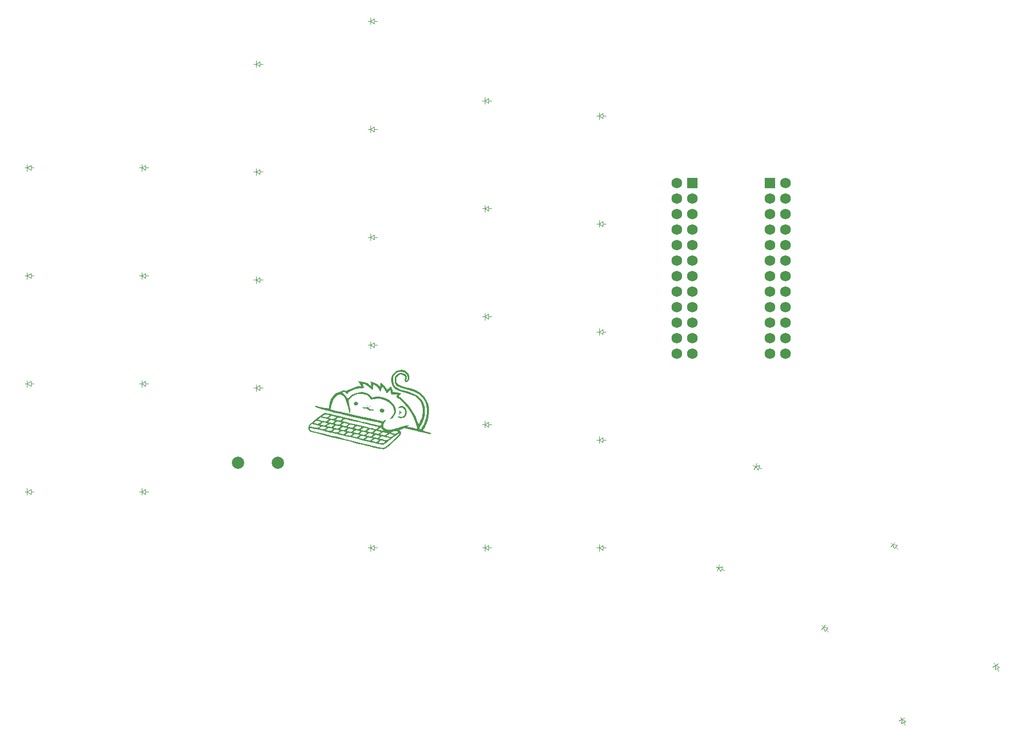
<source format=gbr>
%TF.GenerationSoftware,KiCad,Pcbnew,(6.0.8)*%
%TF.CreationDate,2022-10-04T18:24:03+02:00*%
%TF.ProjectId,board,626f6172-642e-46b6-9963-61645f706362,v1.0.0*%
%TF.SameCoordinates,Original*%
%TF.FileFunction,Legend,Top*%
%TF.FilePolarity,Positive*%
%FSLAX46Y46*%
G04 Gerber Fmt 4.6, Leading zero omitted, Abs format (unit mm)*
G04 Created by KiCad (PCBNEW (6.0.8)) date 2022-10-04 18:24:03*
%MOMM*%
%LPD*%
G01*
G04 APERTURE LIST*
%ADD10C,0.100000*%
%ADD11R,1.752600X1.752600*%
%ADD12C,1.752600*%
%ADD13C,2.000000*%
G04 APERTURE END LIST*
%TO.C,G\u002A\u002A\u002A*%
G36*
X63708310Y5894670D02*
G01*
X63716714Y6042559D01*
X63921103Y6042559D01*
X63925041Y6029768D01*
X64002263Y5997409D01*
X64175027Y5945369D01*
X64412173Y5882713D01*
X64528680Y5854165D01*
X64803349Y5791008D01*
X64985544Y5759483D01*
X65108436Y5758146D01*
X65205195Y5785558D01*
X65276222Y5821684D01*
X65425992Y5917562D01*
X65524631Y6001574D01*
X65542878Y6040355D01*
X65529083Y6059067D01*
X66656750Y6059067D01*
X66946533Y5981755D01*
X67204856Y5920649D01*
X67382622Y5905813D01*
X67521632Y5939823D01*
X67663686Y6025256D01*
X67664780Y6026035D01*
X67790074Y6128347D01*
X67852032Y6204618D01*
X67853452Y6211951D01*
X67815021Y6238022D01*
X69065821Y6238022D01*
X69148635Y6178908D01*
X69349487Y6114409D01*
X69368329Y6109191D01*
X69582121Y6053529D01*
X69718030Y6039380D01*
X69823503Y6074018D01*
X69945985Y6164719D01*
X69994671Y6205227D01*
X70214614Y6388844D01*
X69818391Y6472928D01*
X69595453Y6516106D01*
X69453008Y6524350D01*
X69345203Y6493015D01*
X69226187Y6417452D01*
X69218724Y6412148D01*
X69092149Y6309764D01*
X69065821Y6238022D01*
X67815021Y6238022D01*
X67795371Y6251352D01*
X67644991Y6300274D01*
X67485903Y6337336D01*
X67272724Y6375359D01*
X67134969Y6375948D01*
X67021343Y6330337D01*
X66887552Y6235109D01*
X66656750Y6059067D01*
X65529083Y6059067D01*
X65516040Y6076758D01*
X65427215Y6116912D01*
X65259502Y6166947D01*
X64996000Y6232993D01*
X64685114Y6306061D01*
X64545916Y6336632D01*
X65645200Y6336632D01*
X65701842Y6294382D01*
X65843873Y6243624D01*
X66028386Y6196320D01*
X66212469Y6164435D01*
X66284995Y6158248D01*
X66434396Y6194518D01*
X66604015Y6292417D01*
X66631131Y6314025D01*
X66732596Y6403570D01*
X66764785Y6462762D01*
X66733084Y6490539D01*
X67957923Y6490539D01*
X67959371Y6477798D01*
X68038475Y6441146D01*
X68195281Y6389740D01*
X68380808Y6337676D01*
X68546080Y6299052D01*
X68619382Y6287835D01*
X68723836Y6319676D01*
X68871186Y6406163D01*
X68895469Y6423597D01*
X69021425Y6528566D01*
X69085630Y6605241D01*
X69087723Y6613877D01*
X69029770Y6651970D01*
X68879918Y6700560D01*
X68726214Y6737065D01*
X68511964Y6775796D01*
X68371666Y6775994D01*
X68253303Y6730927D01*
X68145517Y6661925D01*
X68016987Y6561634D01*
X67957923Y6490539D01*
X66733084Y6490539D01*
X66712710Y6508391D01*
X66561382Y6557250D01*
X66369425Y6607218D01*
X66178799Y6645484D01*
X66043877Y6629995D01*
X65897906Y6550401D01*
X65866416Y6529224D01*
X65728416Y6426005D01*
X65651139Y6350252D01*
X65645200Y6336632D01*
X64545916Y6336632D01*
X64462705Y6354907D01*
X64323933Y6368957D01*
X64225973Y6343202D01*
X64125997Y6272635D01*
X64081475Y6235472D01*
X63967018Y6122578D01*
X63921103Y6042559D01*
X63716714Y6042559D01*
X63728388Y6247998D01*
X64137651Y6566284D01*
X64558736Y6566284D01*
X64636420Y6535756D01*
X64793503Y6494872D01*
X64981211Y6454512D01*
X65150767Y6425557D01*
X65222506Y6418229D01*
X65356745Y6453326D01*
X65519479Y6547708D01*
X65547314Y6569105D01*
X65651053Y6659316D01*
X65681136Y6720639D01*
X65665645Y6733202D01*
X66879028Y6733202D01*
X66935711Y6695737D01*
X67077147Y6646327D01*
X67260411Y6597091D01*
X67442580Y6560147D01*
X67531098Y6549105D01*
X67639502Y6583510D01*
X67792584Y6679169D01*
X67851518Y6725405D01*
X68029637Y6874106D01*
X69215585Y6874106D01*
X69232777Y6860858D01*
X69322128Y6831144D01*
X69513968Y6778436D01*
X69784202Y6709006D01*
X70108735Y6629122D01*
X70289514Y6585874D01*
X71153176Y6381202D01*
X71898637Y6204369D01*
X72534147Y6053385D01*
X73067958Y5926259D01*
X73508321Y5821001D01*
X73863488Y5735620D01*
X74141708Y5668127D01*
X74351234Y5616531D01*
X74500316Y5578840D01*
X74597206Y5553066D01*
X74650155Y5537217D01*
X74666934Y5529919D01*
X74729281Y5549845D01*
X74859280Y5627455D01*
X74939847Y5682639D01*
X75083509Y5793328D01*
X75129050Y5859120D01*
X75089813Y5901870D01*
X75077260Y5907725D01*
X74991358Y5932982D01*
X74795656Y5983761D01*
X74506882Y6056065D01*
X74141761Y6145900D01*
X73717020Y6249268D01*
X73249384Y6362173D01*
X72755582Y6480620D01*
X72252338Y6600612D01*
X71756379Y6718152D01*
X71284431Y6829246D01*
X70853221Y6929895D01*
X70479475Y7016105D01*
X70179920Y7083879D01*
X69971281Y7129222D01*
X69926274Y7138375D01*
X69711873Y7175037D01*
X69573168Y7174062D01*
X69459553Y7128266D01*
X69356750Y7057513D01*
X69228865Y6943871D01*
X69215585Y6874106D01*
X68029637Y6874106D01*
X68072042Y6909507D01*
X67671834Y6988243D01*
X67446883Y7028242D01*
X67303381Y7034411D01*
X67196086Y7001715D01*
X67079755Y6925117D01*
X67075327Y6921848D01*
X66947950Y6817202D01*
X66881694Y6742321D01*
X66879028Y6733202D01*
X65665645Y6733202D01*
X65623324Y6767523D01*
X65463378Y6814419D01*
X65260886Y6859798D01*
X65068245Y6890734D01*
X64933058Y6868745D01*
X64788895Y6780056D01*
X64755665Y6755029D01*
X64626566Y6648476D01*
X64560704Y6577912D01*
X64558736Y6566284D01*
X64137651Y6566284D01*
X64849787Y7120117D01*
X65255431Y7120117D01*
X65313260Y7091282D01*
X65465187Y7043418D01*
X65678291Y6984826D01*
X65919652Y6923808D01*
X66156352Y6868666D01*
X66355471Y6827699D01*
X66484088Y6809211D01*
X66489258Y6808984D01*
X66600538Y6845648D01*
X66749902Y6940086D01*
X66779047Y6963016D01*
X66894582Y7068990D01*
X66939453Y7131975D01*
X68141073Y7131975D01*
X68209407Y7090636D01*
X68372785Y7040340D01*
X68503069Y7004691D01*
X68700757Y6955876D01*
X68828878Y6953433D01*
X68942886Y7008399D01*
X69084482Y7120402D01*
X69308607Y7306235D01*
X68938753Y7383017D01*
X68653267Y7427211D01*
X68451876Y7414716D01*
X68298950Y7339296D01*
X68210466Y7255578D01*
X68148015Y7181305D01*
X68141073Y7131975D01*
X66939453Y7131975D01*
X66943573Y7137758D01*
X66941451Y7145927D01*
X66869174Y7170878D01*
X66699380Y7216918D01*
X66461246Y7276366D01*
X66302644Y7314118D01*
X65931628Y7400936D01*
X67040588Y7400936D01*
X67098945Y7354750D01*
X67260063Y7302642D01*
X67398721Y7264537D01*
X67593376Y7215385D01*
X67717656Y7207747D01*
X67826459Y7248684D01*
X67962671Y7337084D01*
X68098489Y7439297D01*
X68172984Y7514310D01*
X68177817Y7526586D01*
X68121163Y7560417D01*
X67979071Y7606023D01*
X67794097Y7652864D01*
X67608793Y7690400D01*
X67465716Y7708092D01*
X67444245Y7708277D01*
X67346332Y7668380D01*
X67204336Y7572906D01*
X67174185Y7548981D01*
X67070499Y7459560D01*
X67040588Y7400936D01*
X65931628Y7400936D01*
X65693779Y7456593D01*
X65474827Y7307516D01*
X65337589Y7205639D01*
X65261095Y7132482D01*
X65255431Y7120117D01*
X64849787Y7120117D01*
X64962659Y7207898D01*
X65311437Y7478162D01*
X65532622Y7648256D01*
X65969565Y7648256D01*
X66027057Y7609159D01*
X66173384Y7559011D01*
X66369319Y7508690D01*
X66575638Y7469071D01*
X66654116Y7458447D01*
X66741411Y7492252D01*
X66881224Y7586345D01*
X66941474Y7634383D01*
X67161417Y7818000D01*
X66765194Y7902084D01*
X66542033Y7945251D01*
X66399549Y7953496D01*
X66292119Y7922368D01*
X66174121Y7847419D01*
X66169268Y7843968D01*
X66039672Y7738808D01*
X65972273Y7658966D01*
X65969565Y7648256D01*
X65532622Y7648256D01*
X65628692Y7722135D01*
X65899246Y7928294D01*
X66107919Y8085117D01*
X66239532Y8181082D01*
X66276936Y8205543D01*
X66310069Y8210108D01*
X66377251Y8204746D01*
X66486752Y8187574D01*
X66646841Y8156710D01*
X66865787Y8110271D01*
X67151860Y8046373D01*
X67513330Y7963133D01*
X67958465Y7858669D01*
X68495535Y7731098D01*
X69132810Y7578536D01*
X69878559Y7399100D01*
X70741052Y7190909D01*
X70874168Y7158736D01*
X71750759Y6946646D01*
X72509528Y6762952D01*
X73159072Y6606061D01*
X73707982Y6474378D01*
X74164854Y6366308D01*
X74538280Y6280257D01*
X74836856Y6214629D01*
X75069174Y6167831D01*
X75243828Y6138268D01*
X75369413Y6124345D01*
X75454522Y6124467D01*
X75507749Y6137041D01*
X75537688Y6160470D01*
X75552933Y6193162D01*
X75562077Y6233520D01*
X75573714Y6279951D01*
X75575850Y6286325D01*
X75620772Y6431436D01*
X75634278Y6509990D01*
X75632901Y6513002D01*
X75567047Y6531544D01*
X75396769Y6572178D01*
X75144665Y6629702D01*
X74833335Y6698913D01*
X74674424Y6733684D01*
X73900579Y6903182D01*
X73110794Y7078051D01*
X72319208Y7255036D01*
X71539960Y7430883D01*
X70787190Y7602339D01*
X70075036Y7766148D01*
X69417638Y7919058D01*
X68829134Y8057814D01*
X68323664Y8179162D01*
X67915367Y8279847D01*
X67618381Y8356616D01*
X67593606Y8363327D01*
X67150335Y8483563D01*
X66644840Y8619776D01*
X66140179Y8755018D01*
X66121480Y8759996D01*
X67285103Y8759996D01*
X67682961Y8664582D01*
X68272183Y8523877D01*
X68836099Y8390601D01*
X69396166Y8259839D01*
X69973843Y8126681D01*
X70590587Y7986211D01*
X71267857Y7833518D01*
X72027110Y7663689D01*
X72889804Y7471811D01*
X72980293Y7451731D01*
X75865956Y6811489D01*
X76072102Y6968724D01*
X76251632Y7090797D01*
X76347858Y7118470D01*
X76361031Y7050225D01*
X76291399Y6884543D01*
X76139210Y6619905D01*
X76131393Y6607214D01*
X75969769Y6289405D01*
X75917902Y6031539D01*
X75975593Y5824351D01*
X76111558Y5680471D01*
X76372047Y5543307D01*
X76697766Y5475816D01*
X77099079Y5478254D01*
X77586352Y5550876D01*
X78169948Y5693938D01*
X78312276Y5734885D01*
X78663904Y5838852D01*
X79025164Y5946470D01*
X79346863Y6043048D01*
X79528581Y6098174D01*
X79795076Y6168357D01*
X79977119Y6193125D01*
X80064021Y6173618D01*
X80045092Y6110975D01*
X79974964Y6050568D01*
X79917551Y6006029D01*
X79897992Y5971342D01*
X79932947Y5939625D01*
X80039078Y5903996D01*
X80233047Y5857573D01*
X80531515Y5793472D01*
X80666002Y5765112D01*
X81003583Y5694249D01*
X81232417Y5651904D01*
X81371256Y5641633D01*
X81438855Y5666989D01*
X81453967Y5731526D01*
X81435347Y5838798D01*
X81419617Y5907928D01*
X81197355Y6678210D01*
X80882628Y7447779D01*
X80489490Y8194872D01*
X80031993Y8897727D01*
X79524192Y9534581D01*
X78980140Y10083671D01*
X78458439Y10493452D01*
X78263172Y10635803D01*
X78119298Y10759735D01*
X78053825Y10841586D01*
X78052429Y10849219D01*
X78087264Y10959669D01*
X78153555Y11074164D01*
X78215799Y11177864D01*
X78183001Y11218333D01*
X78072353Y11230123D01*
X77850366Y11240432D01*
X77681214Y11234268D01*
X77488464Y11208185D01*
X77451534Y11202133D01*
X77292826Y11182435D01*
X77223336Y11212235D01*
X77204534Y11317369D01*
X77202986Y11368790D01*
X77175733Y11583016D01*
X77120756Y11789034D01*
X77043469Y12002238D01*
X76787706Y11740313D01*
X76617285Y11573461D01*
X76510763Y11496957D01*
X76446698Y11503183D01*
X76403650Y11584519D01*
X76397964Y11601831D01*
X76339727Y11729324D01*
X76236789Y11908692D01*
X76110105Y12108440D01*
X75980632Y12297075D01*
X75869328Y12443100D01*
X75797147Y12515023D01*
X75788491Y12517775D01*
X75741218Y12460698D01*
X75696518Y12319076D01*
X75687636Y12274169D01*
X75634051Y12050403D01*
X75563095Y11843271D01*
X75559828Y11835678D01*
X75474800Y11640793D01*
X75308035Y11965601D01*
X75048022Y12355600D01*
X74695983Y12676131D01*
X74611249Y12735178D01*
X74437055Y12829301D01*
X74334772Y12819953D01*
X74289996Y12700768D01*
X74284654Y12590857D01*
X74273546Y12362482D01*
X74246570Y12149137D01*
X74244206Y12136889D01*
X74203758Y11934647D01*
X73855126Y12253277D01*
X73646832Y12424114D01*
X73407470Y12590234D01*
X73159512Y12740029D01*
X72925428Y12861891D01*
X72727688Y12944214D01*
X72588763Y12975389D01*
X72531123Y12943809D01*
X72530690Y12937437D01*
X72557686Y12863184D01*
X72625644Y12717543D01*
X72660613Y12647698D01*
X72740427Y12476907D01*
X72786247Y12351075D01*
X72790537Y12325478D01*
X72729834Y12288798D01*
X72564162Y12264776D01*
X72352046Y12257157D01*
X71960995Y12234405D01*
X71579219Y12161160D01*
X71170779Y12027785D01*
X70699737Y11824646D01*
X70648364Y11800389D01*
X70379262Y11667710D01*
X70211712Y11570498D01*
X70127005Y11495058D01*
X70106429Y11427695D01*
X70110120Y11406416D01*
X70110829Y11303570D01*
X70039344Y11299380D01*
X69905236Y11391532D01*
X69812295Y11478389D01*
X69604996Y11634518D01*
X69416204Y11665756D01*
X69295447Y11617622D01*
X69270126Y11560522D01*
X69343107Y11468768D01*
X69443912Y11386190D01*
X69608196Y11226767D01*
X69779578Y11008452D01*
X69872902Y10861265D01*
X70068824Y10514110D01*
X70322838Y10789682D01*
X70674559Y11095467D01*
X71087097Y11330165D01*
X71539503Y11492814D01*
X72010833Y11582453D01*
X72480139Y11598122D01*
X72926473Y11538859D01*
X73328890Y11403703D01*
X73666443Y11191694D01*
X73884811Y10953109D01*
X74026814Y10785809D01*
X74138514Y10736149D01*
X74154731Y10740075D01*
X74266905Y10769000D01*
X74462988Y10807997D01*
X74675513Y10844501D01*
X75193004Y10867222D01*
X75738689Y10785011D01*
X76281500Y10608554D01*
X76790368Y10348538D01*
X77234225Y10015651D01*
X77318399Y9935362D01*
X77631260Y9577602D01*
X77835628Y9227531D01*
X77947235Y8854785D01*
X77970997Y8675913D01*
X77946059Y8259370D01*
X77801707Y7868393D01*
X77548408Y7525220D01*
X77347162Y7350538D01*
X77112687Y7193124D01*
X76967666Y7125536D01*
X76916595Y7143370D01*
X76963967Y7242221D01*
X77114275Y7417684D01*
X77195195Y7499488D01*
X77472855Y7812011D01*
X77637351Y8105239D01*
X77697095Y8405689D01*
X77660502Y8739872D01*
X77628193Y8863888D01*
X77458181Y9235035D01*
X77179835Y9590136D01*
X76814740Y9912891D01*
X76384485Y10186996D01*
X75910658Y10396151D01*
X75434028Y10520837D01*
X74900381Y10552533D01*
X74325631Y10476610D01*
X74053452Y10405673D01*
X73962038Y10403270D01*
X73871466Y10470580D01*
X73756503Y10628778D01*
X73721395Y10684368D01*
X73518016Y10948926D01*
X73275024Y11134202D01*
X72969678Y11250097D01*
X72579235Y11306516D01*
X72270844Y11315984D01*
X71958047Y11311063D01*
X71729933Y11290870D01*
X71541460Y11247262D01*
X71347583Y11172096D01*
X71263938Y11133945D01*
X70927845Y10942235D01*
X70622756Y10704767D01*
X70384908Y10452324D01*
X70289255Y10305919D01*
X70247494Y10199778D01*
X70240728Y10078575D01*
X70271328Y9904304D01*
X70327728Y9688784D01*
X70396079Y9402181D01*
X70450126Y9097776D01*
X70487888Y8800565D01*
X70507382Y8535544D01*
X70506626Y8327711D01*
X70483637Y8202061D01*
X70447565Y8177623D01*
X70394096Y8251589D01*
X70320881Y8432731D01*
X70235096Y8701125D01*
X70157845Y8982237D01*
X69983645Y9615335D01*
X69816675Y10128368D01*
X69651471Y10530577D01*
X69482568Y10831198D01*
X69304504Y11039470D01*
X69111815Y11164630D01*
X68899036Y11215918D01*
X68835357Y11218299D01*
X68531930Y11154753D01*
X68244089Y10971126D01*
X67978873Y10676980D01*
X67743319Y10281877D01*
X67544464Y9795378D01*
X67397675Y9265000D01*
X67285103Y8759996D01*
X66121480Y8759996D01*
X65709718Y8869613D01*
X65315193Y8978186D01*
X65034863Y9065507D01*
X64855650Y9136429D01*
X64764476Y9195807D01*
X64746771Y9226921D01*
X64744684Y9281056D01*
X64773947Y9314408D01*
X64850382Y9325541D01*
X64989814Y9313015D01*
X65208064Y9275393D01*
X65520958Y9211238D01*
X65944318Y9119110D01*
X65952152Y9117384D01*
X66382433Y9026997D01*
X66695293Y8971714D01*
X66898100Y8950492D01*
X66998227Y8962285D01*
X67006054Y8967972D01*
X67052072Y9074654D01*
X67074330Y9245071D01*
X67074684Y9266445D01*
X67118870Y9684546D01*
X67239488Y10106213D01*
X67422736Y10511693D01*
X67654812Y10881234D01*
X67921913Y11195084D01*
X68210237Y11433491D01*
X68505983Y11576703D01*
X68712107Y11609756D01*
X68869719Y11650268D01*
X69022762Y11738235D01*
X69171802Y11811617D01*
X69368040Y11856870D01*
X69564880Y11869580D01*
X69715730Y11845329D01*
X69766410Y11808715D01*
X69835417Y11811963D01*
X69993643Y11866913D01*
X70215874Y11963742D01*
X70420200Y12063432D01*
X70868536Y12267042D01*
X71321261Y12428439D01*
X71743203Y12536997D01*
X72099189Y12582090D01*
X72139172Y12582736D01*
X72274116Y12589213D01*
X72302664Y12633219D01*
X72245677Y12751617D01*
X72240276Y12761381D01*
X72133442Y12930052D01*
X71994122Y13121496D01*
X71962825Y13161020D01*
X71784240Y13382014D01*
X72248473Y13348798D01*
X72762240Y13252115D01*
X73300343Y13036796D01*
X73759348Y12769180D01*
X73981100Y12621483D01*
X73940520Y12845716D01*
X73899699Y13045535D01*
X73858087Y13213460D01*
X73857710Y13214756D01*
X73815479Y13359562D01*
X74163750Y13256311D01*
X74595905Y13101244D01*
X74926277Y12918006D01*
X75155337Y12720919D01*
X75283168Y12605962D01*
X75379054Y12554242D01*
X75398943Y12556399D01*
X75432197Y12636467D01*
X75451768Y12798639D01*
X75453964Y12881183D01*
X75458489Y13057141D01*
X75482777Y13129064D01*
X75542894Y13122790D01*
X75589634Y13099354D01*
X75822689Y12935822D01*
X76072270Y12699398D01*
X76296108Y12433049D01*
X76402789Y12272807D01*
X76579482Y11971303D01*
X76852969Y12282101D01*
X77126457Y12592898D01*
X77274602Y12286871D01*
X77370861Y12065286D01*
X77444913Y11854720D01*
X77464829Y11778337D01*
X77512960Y11636908D01*
X77596285Y11593250D01*
X77655030Y11597050D01*
X77807434Y11597336D01*
X78033338Y11574206D01*
X78288414Y11535031D01*
X78528336Y11487183D01*
X78708777Y11438034D01*
X78768700Y11411843D01*
X78821015Y11356423D01*
X78773393Y11290341D01*
X78718789Y11249523D01*
X78563994Y11124526D01*
X78499275Y11014821D01*
X78530005Y10899832D01*
X78661557Y10758981D01*
X78894958Y10574923D01*
X79395628Y10144492D01*
X79890129Y9611015D01*
X80360446Y9000829D01*
X80788564Y8340269D01*
X81156465Y7655673D01*
X81446135Y6973376D01*
X81532023Y6719949D01*
X81602618Y6522467D01*
X81667702Y6387079D01*
X81706371Y6346419D01*
X81763549Y6402984D01*
X81851817Y6554126D01*
X81958703Y6772022D01*
X82071739Y7028846D01*
X82178454Y7296773D01*
X82266378Y7547978D01*
X82306767Y7686117D01*
X82397594Y8248890D01*
X82387200Y8818890D01*
X82281754Y9371397D01*
X82087428Y9881689D01*
X81810395Y10325047D01*
X81587614Y10566805D01*
X81357565Y10756845D01*
X81097518Y10924188D01*
X80788100Y11077212D01*
X80409940Y11224292D01*
X79943664Y11373804D01*
X79369900Y11534122D01*
X79319181Y11547558D01*
X78773863Y11706958D01*
X78339693Y11872228D01*
X77998019Y12054870D01*
X77730190Y12266384D01*
X77517551Y12518272D01*
X77382485Y12741704D01*
X77278975Y13041487D01*
X77233729Y13408354D01*
X77242728Y13680875D01*
X77543419Y13680875D01*
X77545199Y13302629D01*
X77604026Y12982778D01*
X77730517Y12711705D01*
X77935287Y12479795D01*
X78228954Y12277435D01*
X78622136Y12095008D01*
X79125448Y11922900D01*
X79643989Y11778522D01*
X80369913Y11563835D01*
X80977601Y11323643D01*
X81477432Y11050851D01*
X81879780Y10738368D01*
X82195025Y10379099D01*
X82433542Y9965952D01*
X82490850Y9832533D01*
X82690550Y9168176D01*
X82761297Y8494265D01*
X82703011Y7810034D01*
X82515610Y7114719D01*
X82199014Y6407554D01*
X82113646Y6253162D01*
X81944694Y5925386D01*
X81865594Y5690796D01*
X81876379Y5549579D01*
X81977082Y5501922D01*
X81978353Y5501918D01*
X82062341Y5552011D01*
X82176098Y5678450D01*
X82226138Y5748760D01*
X82546000Y6315668D01*
X82807821Y6947459D01*
X82995272Y7597649D01*
X83091423Y8212085D01*
X83083473Y8819690D01*
X82971250Y9429780D01*
X82764958Y10012871D01*
X82474797Y10539478D01*
X82145663Y10945563D01*
X81920212Y11151803D01*
X81665514Y11336063D01*
X81366019Y11504993D01*
X81006173Y11665243D01*
X80570425Y11823464D01*
X80043223Y11986305D01*
X79409014Y12160416D01*
X79144037Y12229047D01*
X78649559Y12390697D01*
X78273423Y12595562D01*
X78009438Y12849815D01*
X77851415Y13159629D01*
X77793165Y13531176D01*
X77792583Y13576836D01*
X77843761Y13974877D01*
X77989615Y14303238D01*
X78218619Y14548915D01*
X78519250Y14698909D01*
X78824829Y14741462D01*
X79160684Y14697419D01*
X79439339Y14576736D01*
X79645260Y14396579D01*
X79762909Y14174117D01*
X79776749Y13926514D01*
X79719257Y13753186D01*
X79664579Y13596697D01*
X79686060Y13518754D01*
X79750555Y13499692D01*
X79805231Y13550867D01*
X79868111Y13694992D01*
X79902071Y13790934D01*
X79946470Y14098234D01*
X79867726Y14383478D01*
X79672208Y14634945D01*
X79366285Y14840918D01*
X79319181Y14863537D01*
X78947217Y14968392D01*
X78571912Y14953254D01*
X78217475Y14825099D01*
X77908113Y14590902D01*
X77762936Y14415103D01*
X77650148Y14228214D01*
X77584973Y14040146D01*
X77551233Y13796786D01*
X77543419Y13680875D01*
X77242728Y13680875D01*
X77246444Y13793415D01*
X77316815Y14147781D01*
X77392393Y14336701D01*
X77625169Y14700654D01*
X77901078Y14963413D01*
X78158806Y15113618D01*
X78530638Y15224611D01*
X78925083Y15233739D01*
X79312976Y15149920D01*
X79665151Y14982070D01*
X79952444Y14739108D01*
X80104893Y14518571D01*
X80175548Y14281668D01*
X80191538Y13990348D01*
X80153314Y13707847D01*
X80098048Y13555861D01*
X79950932Y13361325D01*
X79783223Y13266580D01*
X79620865Y13261339D01*
X79489797Y13335317D01*
X79415963Y13478226D01*
X79425303Y13679780D01*
X79471602Y13804267D01*
X79530891Y13984769D01*
X79501392Y14131633D01*
X79370680Y14279121D01*
X79270560Y14358539D01*
X79044582Y14457230D01*
X78771138Y14479776D01*
X78508734Y14425198D01*
X78406409Y14372987D01*
X78216895Y14176398D01*
X78098141Y13901561D01*
X78057586Y13583676D01*
X78102670Y13257944D01*
X78145087Y13136343D01*
X78270055Y12954977D01*
X78490717Y12791965D01*
X78816505Y12642631D01*
X79256852Y12502297D01*
X79596254Y12416654D01*
X80329853Y12228225D01*
X80948006Y12029660D01*
X81465169Y11813127D01*
X81895798Y11570793D01*
X82254351Y11294825D01*
X82555284Y10977392D01*
X82752273Y10706773D01*
X83079034Y10134291D01*
X83295102Y9571503D01*
X83409910Y8983430D01*
X83432888Y8335096D01*
X83427638Y8201970D01*
X83356007Y7608955D01*
X83206704Y6988339D01*
X82993612Y6381095D01*
X82730612Y5828195D01*
X82498293Y5458991D01*
X82447051Y5377080D01*
X82457045Y5323696D01*
X82549755Y5277705D01*
X82741831Y5219361D01*
X83011015Y5144377D01*
X83291113Y5069971D01*
X83395524Y5043451D01*
X83594538Y4979619D01*
X83688173Y4906735D01*
X83704092Y4844590D01*
X83655132Y4741108D01*
X83590409Y4722816D01*
X83494045Y4737711D01*
X83293037Y4778936D01*
X83008890Y4841730D01*
X82663108Y4921329D01*
X82277196Y5012971D01*
X82242455Y5021351D01*
X81786946Y5130733D01*
X81306182Y5245098D01*
X80840633Y5354890D01*
X80430771Y5450555D01*
X80186298Y5506820D01*
X79364412Y5694192D01*
X78999525Y5568652D01*
X78734271Y5473364D01*
X78582661Y5406313D01*
X78533580Y5359466D01*
X78575916Y5324789D01*
X78637739Y5307144D01*
X78771659Y5225722D01*
X78828074Y5056340D01*
X78809926Y4789195D01*
X78803720Y4754571D01*
X78773639Y4670291D01*
X78705248Y4564584D01*
X78587804Y4426170D01*
X78410563Y4243768D01*
X78162782Y4006099D01*
X77833719Y3701883D01*
X77589892Y3480088D01*
X77256065Y3179571D01*
X76947495Y2905388D01*
X76679282Y2670669D01*
X76466524Y2488544D01*
X76324318Y2372142D01*
X76275821Y2337340D01*
X76135796Y2285932D01*
X75942829Y2265604D01*
X75684637Y2277949D01*
X75348940Y2324561D01*
X74923456Y2407034D01*
X74395902Y2526962D01*
X73927365Y2642068D01*
X73593329Y2725683D01*
X73149255Y2836290D01*
X72611281Y2969897D01*
X71995543Y3122510D01*
X71318180Y3290136D01*
X70595327Y3468782D01*
X69843121Y3654455D01*
X69077700Y3843160D01*
X68315201Y4030905D01*
X68308184Y4032631D01*
X67592267Y4209443D01*
X66909412Y4379364D01*
X66270788Y4539532D01*
X65687568Y4687086D01*
X65170923Y4819165D01*
X64732023Y4932905D01*
X64382040Y5025447D01*
X64132146Y5093928D01*
X63993510Y5135486D01*
X63973700Y5142976D01*
X63828184Y5235229D01*
X63741791Y5368187D01*
X63704643Y5569827D01*
X63705638Y5703611D01*
X63890172Y5703611D01*
X63890792Y5652378D01*
X63902594Y5549993D01*
X63948253Y5463920D01*
X64043152Y5387042D01*
X64202673Y5312244D01*
X64442200Y5232411D01*
X64777114Y5140427D01*
X65222797Y5029176D01*
X65254987Y5021347D01*
X65531071Y4954002D01*
X65906046Y4862134D01*
X66367377Y4748841D01*
X66902525Y4617220D01*
X67498956Y4470366D01*
X68144131Y4311377D01*
X68825515Y4143349D01*
X69530570Y3969379D01*
X70246760Y3792564D01*
X70961548Y3616000D01*
X71662397Y3442785D01*
X72336771Y3276015D01*
X72972132Y3118786D01*
X73555945Y2974196D01*
X74075673Y2845340D01*
X74518778Y2735317D01*
X74872724Y2647222D01*
X75124975Y2584152D01*
X75259079Y2550216D01*
X75578488Y2480089D01*
X75816560Y2461359D01*
X76010949Y2493262D01*
X76114528Y2532853D01*
X76232691Y2608122D01*
X76419843Y2753351D01*
X76659942Y2953768D01*
X76936950Y3194599D01*
X77234828Y3461072D01*
X77537537Y3738415D01*
X77829036Y4011855D01*
X78093288Y4266619D01*
X78314252Y4487934D01*
X78475889Y4661029D01*
X78562161Y4771130D01*
X78572122Y4796370D01*
X78561696Y4861217D01*
X78513984Y4866597D01*
X78404333Y4805990D01*
X78272002Y4717017D01*
X78124584Y4611460D01*
X77896767Y4443235D01*
X77610952Y4229122D01*
X77289541Y3985898D01*
X76966834Y3739471D01*
X76651239Y3500844D01*
X76366652Y3292241D01*
X76130468Y3125883D01*
X75960081Y3013994D01*
X75872884Y2968796D01*
X75869474Y2968414D01*
X75815277Y2977177D01*
X75686611Y3004151D01*
X75479116Y3050362D01*
X75188435Y3116835D01*
X74810211Y3204598D01*
X74340086Y3314677D01*
X74149523Y3359567D01*
X75159822Y3359567D01*
X75194117Y3335233D01*
X75348584Y3284447D01*
X75389002Y3271017D01*
X75665379Y3229051D01*
X75938417Y3271037D01*
X76142869Y3380043D01*
X76319326Y3531825D01*
X75929106Y3630121D01*
X75538887Y3728418D01*
X75317781Y3547684D01*
X75187526Y3427790D01*
X75159822Y3359567D01*
X74149523Y3359567D01*
X73773703Y3448097D01*
X73106704Y3605885D01*
X73019074Y3626679D01*
X74011288Y3626679D01*
X74294135Y3553894D01*
X74480404Y3504467D01*
X74614710Y3466149D01*
X74641943Y3457256D01*
X74728308Y3429795D01*
X74735366Y3428274D01*
X74801835Y3458056D01*
X74932583Y3538583D01*
X74978528Y3569309D01*
X75130051Y3684024D01*
X75182398Y3765319D01*
X75127562Y3824211D01*
X74957535Y3871711D01*
X74731451Y3909168D01*
X74524549Y3923426D01*
X74368390Y3879322D01*
X74229173Y3788795D01*
X74011288Y3626679D01*
X73019074Y3626679D01*
X72334731Y3789068D01*
X71897703Y3893007D01*
X73017058Y3893007D01*
X73075416Y3846821D01*
X73236534Y3794714D01*
X73375191Y3756609D01*
X73575380Y3707015D01*
X73704746Y3703304D01*
X73817460Y3755908D01*
X73960636Y3869368D01*
X74151899Y4029042D01*
X75281208Y4029042D01*
X75281891Y4028296D01*
X75349991Y4004518D01*
X75515907Y3957819D01*
X75751216Y3895996D01*
X75914468Y3854742D01*
X76213719Y3783728D01*
X76421620Y3750052D01*
X76572058Y3756473D01*
X76698920Y3805753D01*
X76836092Y3900649D01*
X76877688Y3933182D01*
X76979538Y4021167D01*
X76983161Y4064784D01*
X76910169Y4092223D01*
X76710746Y4144930D01*
X76463675Y4205455D01*
X76207871Y4264870D01*
X75982248Y4314243D01*
X75825721Y4344646D01*
X75787625Y4349803D01*
X75691526Y4323979D01*
X75553371Y4253902D01*
X75412624Y4164662D01*
X75308749Y4081346D01*
X75281208Y4029042D01*
X74151899Y4029042D01*
X74183884Y4055744D01*
X73841302Y4129214D01*
X73599704Y4177883D01*
X73443561Y4192528D01*
X73331625Y4167883D01*
X73222652Y4098685D01*
X73150656Y4041052D01*
X73046969Y3951631D01*
X73017058Y3893007D01*
X71897703Y3893007D01*
X71453427Y3998670D01*
X70786469Y4157568D01*
X71963477Y4157568D01*
X72009076Y4107758D01*
X72156546Y4050085D01*
X72378881Y3993138D01*
X72614523Y3950518D01*
X72695926Y3980703D01*
X72830394Y4064933D01*
X72858129Y4084979D01*
X72984085Y4189947D01*
X73048289Y4266622D01*
X73050383Y4275258D01*
X73040714Y4281589D01*
X74187212Y4281589D01*
X74479539Y4206157D01*
X74668576Y4155942D01*
X74805994Y4116856D01*
X74836828Y4106872D01*
X74916294Y4079589D01*
X74922365Y4077891D01*
X74981447Y4110302D01*
X75106040Y4197947D01*
X75167739Y4244225D01*
X75297825Y4353450D01*
X75363500Y4428774D01*
X75363896Y4433389D01*
X76463810Y4433389D01*
X76722186Y4355510D01*
X77006633Y4287560D01*
X77219683Y4286844D01*
X77402723Y4356099D01*
X77478992Y4405558D01*
X77594503Y4502758D01*
X77613717Y4574928D01*
X77526743Y4635481D01*
X77323690Y4697834D01*
X77249971Y4716163D01*
X77054391Y4756835D01*
X76924549Y4751117D01*
X76801141Y4687897D01*
X76699268Y4612981D01*
X76463810Y4433389D01*
X75363896Y4433389D01*
X75364761Y4443465D01*
X75291184Y4472166D01*
X75130060Y4517363D01*
X74976017Y4555152D01*
X74767957Y4599480D01*
X74636775Y4604795D01*
X74533143Y4562961D01*
X74407737Y4465843D01*
X74401130Y4460325D01*
X74187212Y4281589D01*
X73040714Y4281589D01*
X72992398Y4313226D01*
X72842310Y4361861D01*
X72684628Y4399328D01*
X72467697Y4438443D01*
X72329703Y4440063D01*
X72223997Y4399972D01*
X72152791Y4351259D01*
X72029099Y4243651D01*
X71963640Y4158048D01*
X71963477Y4157568D01*
X70786469Y4157568D01*
X70458434Y4235720D01*
X69801728Y4392381D01*
X70841688Y4392381D01*
X70898870Y4357444D01*
X71043194Y4310764D01*
X71233823Y4263001D01*
X71429922Y4224814D01*
X71539000Y4210365D01*
X71633907Y4245802D01*
X71774584Y4343751D01*
X71825002Y4386590D01*
X71994689Y4538205D01*
X73094164Y4538205D01*
X73380841Y4464388D01*
X73568234Y4414664D01*
X73703804Y4376048D01*
X73732480Y4366719D01*
X73819318Y4339246D01*
X73826431Y4337737D01*
X73892035Y4368428D01*
X74026023Y4452205D01*
X74110221Y4509186D01*
X74365023Y4685763D01*
X74261568Y4712591D01*
X75454408Y4712591D01*
X75511162Y4669671D01*
X75653641Y4619251D01*
X75839059Y4572933D01*
X76024631Y4542320D01*
X76103580Y4536544D01*
X76262192Y4574022D01*
X76435536Y4671468D01*
X76455219Y4686878D01*
X76644454Y4841590D01*
X76357777Y4915115D01*
X76163043Y4966671D01*
X76084479Y4988951D01*
X77207928Y4988951D01*
X77265146Y4944861D01*
X77409057Y4892016D01*
X77598050Y4842096D01*
X77790513Y4806782D01*
X77890025Y4797477D01*
X78024334Y4833376D01*
X78186055Y4928704D01*
X78212003Y4948973D01*
X78330672Y5052814D01*
X78355489Y5108708D01*
X78296167Y5147153D01*
X78277460Y5154514D01*
X78115638Y5184840D01*
X77899636Y5185257D01*
X77665228Y5161304D01*
X77448186Y5118518D01*
X77284285Y5062438D01*
X77209297Y4998600D01*
X77207928Y4988951D01*
X76084479Y4988951D01*
X76013573Y5009059D01*
X75980156Y5019612D01*
X75882173Y5004199D01*
X75734632Y4936911D01*
X75584281Y4845048D01*
X75477868Y4755908D01*
X75454408Y4712591D01*
X74261568Y4712591D01*
X74048751Y4767779D01*
X73776380Y4828766D01*
X73585444Y4839804D01*
X73435880Y4796977D01*
X73287629Y4696365D01*
X73283399Y4692917D01*
X73094164Y4538205D01*
X71994689Y4538205D01*
X72030827Y4570494D01*
X71638427Y4653767D01*
X71417269Y4696617D01*
X71276521Y4704318D01*
X71170191Y4671748D01*
X71052282Y4593785D01*
X71043857Y4587569D01*
X70914205Y4481005D01*
X70845164Y4403391D01*
X70841688Y4392381D01*
X69801728Y4392381D01*
X69345394Y4501242D01*
X68823248Y4625924D01*
X69704859Y4625924D01*
X70029667Y4550464D01*
X70271716Y4496973D01*
X70427638Y4477310D01*
X70537565Y4494650D01*
X70641625Y4552172D01*
X70714395Y4604672D01*
X70840194Y4708084D01*
X70904491Y4781285D01*
X70906649Y4789219D01*
X70888445Y4800529D01*
X72104700Y4800529D01*
X72166695Y4752676D01*
X72333144Y4703524D01*
X72498209Y4664836D01*
X72666699Y4626252D01*
X72771816Y4601969D01*
X72784405Y4598981D01*
X72847002Y4630742D01*
X72974560Y4718538D01*
X73042781Y4769431D01*
X73269640Y4942465D01*
X74371463Y4942465D01*
X74375392Y4934795D01*
X74450114Y4905031D01*
X74611179Y4859631D01*
X74750689Y4825540D01*
X74961471Y4783424D01*
X75097534Y4782062D01*
X75208758Y4825406D01*
X75273355Y4866936D01*
X75406519Y4967985D01*
X75485159Y5045194D01*
X75486440Y5047179D01*
X75452822Y5096519D01*
X75325831Y5153436D01*
X75244799Y5177285D01*
X75053902Y5227693D01*
X74909777Y5268417D01*
X74880888Y5277510D01*
X74794419Y5260375D01*
X74661750Y5192207D01*
X74521372Y5099100D01*
X74411779Y5007154D01*
X74371463Y4942465D01*
X73269640Y4942465D01*
X73274808Y4946407D01*
X73016432Y5024285D01*
X72724079Y5092769D01*
X72504330Y5090113D01*
X72318898Y5012880D01*
X72238363Y4954424D01*
X72133231Y4862605D01*
X72104700Y4800529D01*
X70888445Y4800529D01*
X70848900Y4825098D01*
X70699572Y4873915D01*
X70546267Y4912277D01*
X70337213Y4954610D01*
X70202367Y4957707D01*
X70089601Y4912646D01*
X69946787Y4810505D01*
X69945372Y4809425D01*
X69704859Y4625924D01*
X68823248Y4625924D01*
X68243222Y4764427D01*
X67788459Y4872527D01*
X67628494Y4910253D01*
X68698397Y4910253D01*
X68755036Y4873478D01*
X68897186Y4826127D01*
X69082257Y4779321D01*
X69267663Y4744183D01*
X69380051Y4732233D01*
X69512647Y4769530D01*
X69670504Y4868687D01*
X69696114Y4890167D01*
X69809257Y4998522D01*
X69857825Y5062500D01*
X71011609Y5062500D01*
X71012568Y5048642D01*
X71094739Y5010014D01*
X71254733Y4958367D01*
X71443226Y4907416D01*
X71610898Y4870878D01*
X71686189Y4861319D01*
X71793161Y4898770D01*
X71943663Y4997044D01*
X71997271Y5040416D01*
X72173287Y5191052D01*
X73277749Y5191052D01*
X73570076Y5115620D01*
X73759113Y5065405D01*
X73896531Y5026319D01*
X73927365Y5016335D01*
X74003794Y4996333D01*
X74074842Y5016204D01*
X74180546Y5093904D01*
X74271165Y5170537D01*
X74485041Y5353569D01*
X74173723Y5434091D01*
X74111140Y5450407D01*
X75034840Y5450407D01*
X75325604Y5385677D01*
X75539598Y5343903D01*
X75724384Y5317447D01*
X75768306Y5313990D01*
X75920245Y5307033D01*
X75752066Y5506902D01*
X75645206Y5647650D01*
X75587297Y5750687D01*
X75583887Y5766749D01*
X75544698Y5824426D01*
X75432494Y5783613D01*
X75255314Y5647355D01*
X75245427Y5638567D01*
X75034840Y5450407D01*
X74111140Y5450407D01*
X73977102Y5485352D01*
X73829405Y5524584D01*
X73788974Y5535725D01*
X73698171Y5510251D01*
X73556707Y5421224D01*
X73496646Y5373945D01*
X73277749Y5191052D01*
X72173287Y5191052D01*
X72210911Y5223251D01*
X71819187Y5306381D01*
X71597745Y5349159D01*
X71454819Y5356423D01*
X71342525Y5322704D01*
X71212975Y5242529D01*
X71203495Y5236044D01*
X71073087Y5134710D01*
X71011609Y5062500D01*
X69857825Y5062500D01*
X69859566Y5064793D01*
X69858518Y5071368D01*
X69787132Y5093924D01*
X69628178Y5133587D01*
X69483344Y5166733D01*
X69272790Y5207416D01*
X69134852Y5207974D01*
X69016654Y5161931D01*
X68915373Y5097162D01*
X68778986Y4995514D01*
X68703607Y4922259D01*
X68698397Y4910253D01*
X67628494Y4910253D01*
X67304352Y4986698D01*
X66833476Y5096958D01*
X66606719Y5149604D01*
X67566213Y5149604D01*
X67855996Y5072292D01*
X68114318Y5011186D01*
X68292085Y4996350D01*
X68431095Y5030360D01*
X68573149Y5115793D01*
X68574243Y5116572D01*
X68699417Y5217644D01*
X68761453Y5291144D01*
X68762915Y5298046D01*
X68748599Y5307293D01*
X69932225Y5307293D01*
X69988829Y5271376D01*
X70130137Y5222446D01*
X70313391Y5172661D01*
X70495834Y5134182D01*
X70584295Y5121849D01*
X70692695Y5155041D01*
X70845619Y5249913D01*
X70904134Y5295765D01*
X71086090Y5447668D01*
X72184701Y5447668D01*
X72471378Y5373851D01*
X72658772Y5324127D01*
X72794342Y5285511D01*
X72823017Y5276182D01*
X72903724Y5254785D01*
X72977880Y5273667D01*
X73085914Y5350079D01*
X73182385Y5429522D01*
X73406921Y5616973D01*
X73147450Y5689007D01*
X72850654Y5749851D01*
X72625773Y5737669D01*
X72434468Y5648168D01*
X72373936Y5602380D01*
X72184701Y5447668D01*
X71086090Y5447668D01*
X71124077Y5479381D01*
X70730320Y5562942D01*
X70508786Y5605919D01*
X70367833Y5613860D01*
X70261624Y5581695D01*
X70144321Y5504354D01*
X70134394Y5497032D01*
X70004890Y5391878D01*
X69935776Y5317430D01*
X69932225Y5307293D01*
X68748599Y5307293D01*
X68704934Y5335498D01*
X68554744Y5384106D01*
X68394171Y5422519D01*
X68181318Y5462636D01*
X68044348Y5465167D01*
X67932571Y5421827D01*
X67795820Y5324734D01*
X67566213Y5149604D01*
X66606719Y5149604D01*
X66418408Y5193324D01*
X66196931Y5244188D01*
X65817739Y5331091D01*
X65423184Y5422166D01*
X65401662Y5427169D01*
X66554663Y5427169D01*
X66611417Y5384249D01*
X66753896Y5333829D01*
X66939315Y5287511D01*
X67124887Y5256898D01*
X67203836Y5251122D01*
X67361727Y5288590D01*
X67535773Y5386159D01*
X67558295Y5403705D01*
X67674072Y5513862D01*
X67682087Y5561527D01*
X68828321Y5561527D01*
X68885034Y5530133D01*
X69028129Y5485433D01*
X69216292Y5438076D01*
X69408209Y5398713D01*
X69528845Y5380940D01*
X69633189Y5411026D01*
X69780408Y5496551D01*
X69804932Y5514135D01*
X69930731Y5617547D01*
X69995028Y5690748D01*
X69997186Y5698682D01*
X69984703Y5706431D01*
X71200176Y5706431D01*
X71279240Y5669229D01*
X71436005Y5615715D01*
X71622054Y5560799D01*
X71788973Y5519393D01*
X71836687Y5510402D01*
X71916115Y5541494D01*
X72054801Y5629837D01*
X72123322Y5680078D01*
X72356902Y5858238D01*
X72102748Y5934932D01*
X71898746Y5986406D01*
X71721424Y6015048D01*
X71696217Y6016619D01*
X71568847Y5990865D01*
X71418840Y5922586D01*
X71284002Y5835423D01*
X71202140Y5753019D01*
X71200176Y5706431D01*
X69984703Y5706431D01*
X69939430Y5734535D01*
X69790046Y5783364D01*
X69635810Y5821962D01*
X69423298Y5864245D01*
X69284863Y5867518D01*
X69168855Y5825514D01*
X69051600Y5751097D01*
X68912971Y5648512D01*
X68834723Y5574735D01*
X68828321Y5561527D01*
X67682087Y5561527D01*
X67684201Y5574101D01*
X67655737Y5588834D01*
X67364378Y5673564D01*
X67166298Y5721089D01*
X67030625Y5732502D01*
X66926488Y5708896D01*
X66823016Y5651362D01*
X66776174Y5619963D01*
X66638068Y5516683D01*
X66560658Y5440865D01*
X66554663Y5427169D01*
X65401662Y5427169D01*
X65061891Y5506152D01*
X64800255Y5567581D01*
X64443839Y5652043D01*
X64386344Y5665291D01*
X65428774Y5665291D01*
X65682929Y5588597D01*
X65978933Y5520202D01*
X66205990Y5525036D01*
X66404818Y5606662D01*
X66481313Y5658460D01*
X66589051Y5738739D01*
X66634884Y5792044D01*
X66610949Y5823739D01*
X67788491Y5823739D01*
X67845101Y5786532D01*
X67986208Y5737063D01*
X68168726Y5687618D01*
X68349568Y5650484D01*
X68434087Y5639643D01*
X68544761Y5669073D01*
X68702041Y5751825D01*
X68742211Y5778005D01*
X68877818Y5878231D01*
X68952404Y5948717D01*
X68957356Y5959490D01*
X68906249Y5987368D01*
X70124930Y5987368D01*
X70130713Y5932223D01*
X70138263Y5929098D01*
X70246634Y5899144D01*
X70429449Y5852203D01*
X70634771Y5801413D01*
X70773234Y5768478D01*
X70838802Y5798220D01*
X70972722Y5881379D01*
X71057024Y5938342D01*
X71311826Y6114919D01*
X70995555Y6196935D01*
X70785761Y6245531D01*
X70612951Y6275607D01*
X70558738Y6280205D01*
X70445432Y6249338D01*
X70314133Y6172515D01*
X70196684Y6076329D01*
X70124930Y5987368D01*
X68906249Y5987368D01*
X68899712Y5990934D01*
X68749397Y6037114D01*
X68574443Y6079859D01*
X68356525Y6124001D01*
X68218029Y6131819D01*
X68112261Y6098218D01*
X67992529Y6018105D01*
X67989788Y6016080D01*
X67860523Y5910287D01*
X67791866Y5834169D01*
X67788491Y5823739D01*
X66610949Y5823739D01*
X66603913Y5833057D01*
X66481242Y5876460D01*
X66251972Y5936935D01*
X66179913Y5955496D01*
X65998318Y5992936D01*
X65870276Y5977430D01*
X65731658Y5895336D01*
X65665912Y5846164D01*
X65428774Y5665291D01*
X64386344Y5665291D01*
X64194903Y5709403D01*
X64034259Y5741450D01*
X63942715Y5749975D01*
X63901082Y5736765D01*
X63890172Y5703611D01*
X63705638Y5703611D01*
X63706861Y5868129D01*
X63708310Y5894670D01*
G37*
G36*
X79112618Y9307433D02*
G01*
X79339841Y9202756D01*
X79566275Y8996481D01*
X79713778Y8722047D01*
X79781274Y8410353D01*
X79767687Y8092296D01*
X79671942Y7798776D01*
X79492965Y7560690D01*
X79399478Y7488958D01*
X79238614Y7417410D01*
X79032390Y7363657D01*
X78839557Y7339916D01*
X78734526Y7350699D01*
X78626613Y7381503D01*
X78490920Y7413842D01*
X78359625Y7474263D01*
X78312276Y7552673D01*
X78333281Y7607305D01*
X78414925Y7628523D01*
X78585151Y7620621D01*
X78685805Y7610101D01*
X78914503Y7592543D01*
X79064620Y7609439D01*
X79184873Y7669264D01*
X79233276Y7705334D01*
X79414790Y7924026D01*
X79503790Y8196126D01*
X79500184Y8484704D01*
X79403877Y8752833D01*
X79236433Y8947269D01*
X79097114Y9030167D01*
X78939077Y9055915D01*
X78725413Y9025809D01*
X78523401Y8972317D01*
X78403810Y8964615D01*
X78369467Y9018848D01*
X78412054Y9106810D01*
X78523251Y9200299D01*
X78602517Y9240527D01*
X78877488Y9322683D01*
X79112618Y9307433D01*
G37*
G36*
X78637084Y8652557D02*
G01*
X78691656Y8560931D01*
X78702046Y8486319D01*
X78750327Y8379957D01*
X78828135Y8360230D01*
X78952494Y8330400D01*
X78994373Y8295268D01*
X78971374Y8247098D01*
X78868284Y8230307D01*
X78739149Y8199827D01*
X78702046Y8140818D01*
X78655805Y8030298D01*
X78592440Y7962174D01*
X78514441Y7908067D01*
X78512869Y7950888D01*
X78527479Y7992014D01*
X78555245Y8129536D01*
X78570868Y8330139D01*
X78572122Y8401858D01*
X78584678Y8579868D01*
X78619075Y8655037D01*
X78637084Y8652557D01*
G37*
G36*
X75739817Y8920676D02*
G01*
X75828562Y8876059D01*
X76017411Y8735399D01*
X76083005Y8589811D01*
X76031559Y8423521D01*
X76016410Y8399271D01*
X75861921Y8265329D01*
X75668833Y8231448D01*
X75483700Y8301623D01*
X75431551Y8349105D01*
X75333633Y8533984D01*
X75359565Y8715187D01*
X75493930Y8858321D01*
X75629353Y8929769D01*
X75739817Y8920676D01*
G37*
G36*
X72658508Y9220069D02*
G01*
X72660613Y9203339D01*
X72716113Y9104534D01*
X72857710Y9053126D01*
X73048047Y9056018D01*
X73209781Y9101846D01*
X73385908Y9173813D01*
X73472924Y9195357D01*
X73502204Y9164678D01*
X73505115Y9084876D01*
X73561861Y8911691D01*
X73718382Y8799372D01*
X73954098Y8759842D01*
X74055697Y8765873D01*
X74253730Y8773289D01*
X74341813Y8742830D01*
X74313224Y8680229D01*
X74223963Y8622362D01*
X73987706Y8562615D01*
X73716610Y8598817D01*
X73653694Y8621207D01*
X73506770Y8716737D01*
X73437066Y8795764D01*
X73355305Y8870625D01*
X73212757Y8895158D01*
X73073779Y8889368D01*
X72838820Y8894091D01*
X72681896Y8959987D01*
X72657031Y8980608D01*
X72561391Y9101672D01*
X72532071Y9210544D01*
X72577427Y9267874D01*
X72595652Y9269693D01*
X72658508Y9220069D01*
G37*
G36*
X73833354Y9302174D02*
G01*
X73783033Y9235258D01*
X73728430Y9214768D01*
X73648757Y9230829D01*
X73649210Y9279729D01*
X73713878Y9353494D01*
X73796119Y9359672D01*
X73833354Y9302174D01*
G37*
G36*
X71562285Y10004355D02*
G01*
X71654181Y9957454D01*
X71789281Y9813671D01*
X71799164Y9652967D01*
X71697314Y9507127D01*
X71510197Y9409691D01*
X71320475Y9435763D01*
X71201345Y9526922D01*
X71113445Y9692921D01*
X71130266Y9847126D01*
X71227131Y9966074D01*
X71379363Y10026305D01*
X71562285Y10004355D01*
G37*
G36*
X73370437Y9512905D02*
G01*
X73380064Y9482442D01*
X73334344Y9421673D01*
X73306982Y9409360D01*
X73251562Y9429794D01*
X73255012Y9461330D01*
X73311913Y9528666D01*
X73370437Y9512905D01*
G37*
D10*
%TO.C,D1*%
X18250000Y-4700000D02*
X18750000Y-4700000D01*
X18250000Y-5100000D02*
X17650000Y-4700000D01*
X18250000Y-4300000D02*
X18250000Y-5100000D01*
X17650000Y-4700000D02*
X18250000Y-4300000D01*
X17650000Y-4700000D02*
X17650000Y-5250000D01*
X17650000Y-4700000D02*
X17650000Y-4150000D01*
X17250000Y-4700000D02*
X17650000Y-4700000D01*
%TO.C,D2*%
X18250000Y12980000D02*
X18750000Y12980000D01*
X18250000Y12580000D02*
X17650000Y12980000D01*
X18250000Y13380000D02*
X18250000Y12580000D01*
X17650000Y12980000D02*
X18250000Y13380000D01*
X17650000Y12980000D02*
X17650000Y12430000D01*
X17650000Y12980000D02*
X17650000Y13530000D01*
X17250000Y12980000D02*
X17650000Y12980000D01*
%TO.C,D3*%
X18250000Y30660000D02*
X18750000Y30660000D01*
X18250000Y30260000D02*
X17650000Y30660000D01*
X18250000Y31060000D02*
X18250000Y30260000D01*
X17650000Y30660000D02*
X18250000Y31060000D01*
X17650000Y30660000D02*
X17650000Y30110000D01*
X17650000Y30660000D02*
X17650000Y31210000D01*
X17250000Y30660000D02*
X17650000Y30660000D01*
%TO.C,D4*%
X18250000Y48340000D02*
X18750000Y48340000D01*
X18250000Y47940000D02*
X17650000Y48340000D01*
X18250000Y48740000D02*
X18250000Y47940000D01*
X17650000Y48340000D02*
X18250000Y48740000D01*
X17650000Y48340000D02*
X17650000Y47790000D01*
X17650000Y48340000D02*
X17650000Y48890000D01*
X17250000Y48340000D02*
X17650000Y48340000D01*
%TO.C,D5*%
X36970000Y-4700000D02*
X37470000Y-4700000D01*
X36970000Y-5100000D02*
X36370000Y-4700000D01*
X36970000Y-4300000D02*
X36970000Y-5100000D01*
X36370000Y-4700000D02*
X36970000Y-4300000D01*
X36370000Y-4700000D02*
X36370000Y-5250000D01*
X36370000Y-4700000D02*
X36370000Y-4150000D01*
X35970000Y-4700000D02*
X36370000Y-4700000D01*
%TO.C,D6*%
X36970000Y12980000D02*
X37470000Y12980000D01*
X36970000Y12580000D02*
X36370000Y12980000D01*
X36970000Y13380000D02*
X36970000Y12580000D01*
X36370000Y12980000D02*
X36970000Y13380000D01*
X36370000Y12980000D02*
X36370000Y12430000D01*
X36370000Y12980000D02*
X36370000Y13530000D01*
X35970000Y12980000D02*
X36370000Y12980000D01*
%TO.C,D7*%
X36970000Y30660000D02*
X37470000Y30660000D01*
X36970000Y30260000D02*
X36370000Y30660000D01*
X36970000Y31060000D02*
X36970000Y30260000D01*
X36370000Y30660000D02*
X36970000Y31060000D01*
X36370000Y30660000D02*
X36370000Y30110000D01*
X36370000Y30660000D02*
X36370000Y31210000D01*
X35970000Y30660000D02*
X36370000Y30660000D01*
%TO.C,D8*%
X36970000Y48340000D02*
X37470000Y48340000D01*
X36970000Y47940000D02*
X36370000Y48340000D01*
X36970000Y48740000D02*
X36970000Y47940000D01*
X36370000Y48340000D02*
X36970000Y48740000D01*
X36370000Y48340000D02*
X36370000Y47790000D01*
X36370000Y48340000D02*
X36370000Y48890000D01*
X35970000Y48340000D02*
X36370000Y48340000D01*
%TO.C,D9*%
X55690000Y12300000D02*
X56190000Y12300000D01*
X55690000Y11900000D02*
X55090000Y12300000D01*
X55690000Y12700000D02*
X55690000Y11900000D01*
X55090000Y12300000D02*
X55690000Y12700000D01*
X55090000Y12300000D02*
X55090000Y11750000D01*
X55090000Y12300000D02*
X55090000Y12850000D01*
X54690000Y12300000D02*
X55090000Y12300000D01*
%TO.C,D10*%
X55690000Y29980000D02*
X56190000Y29980000D01*
X55690000Y29580000D02*
X55090000Y29980000D01*
X55690000Y30380000D02*
X55690000Y29580000D01*
X55090000Y29980000D02*
X55690000Y30380000D01*
X55090000Y29980000D02*
X55090000Y29430000D01*
X55090000Y29980000D02*
X55090000Y30530000D01*
X54690000Y29980000D02*
X55090000Y29980000D01*
%TO.C,D11*%
X55690000Y47660000D02*
X56190000Y47660000D01*
X55690000Y47260000D02*
X55090000Y47660000D01*
X55690000Y48060000D02*
X55690000Y47260000D01*
X55090000Y47660000D02*
X55690000Y48060000D01*
X55090000Y47660000D02*
X55090000Y47110000D01*
X55090000Y47660000D02*
X55090000Y48210000D01*
X54690000Y47660000D02*
X55090000Y47660000D01*
%TO.C,D12*%
X55690000Y65340000D02*
X56190000Y65340000D01*
X55690000Y64940000D02*
X55090000Y65340000D01*
X55690000Y65740000D02*
X55690000Y64940000D01*
X55090000Y65340000D02*
X55690000Y65740000D01*
X55090000Y65340000D02*
X55090000Y64790000D01*
X55090000Y65340000D02*
X55090000Y65890000D01*
X54690000Y65340000D02*
X55090000Y65340000D01*
%TO.C,D13*%
X74410000Y19300000D02*
X74910000Y19300000D01*
X74410000Y18900000D02*
X73810000Y19300000D01*
X74410000Y19700000D02*
X74410000Y18900000D01*
X73810000Y19300000D02*
X74410000Y19700000D01*
X73810000Y19300000D02*
X73810000Y18750000D01*
X73810000Y19300000D02*
X73810000Y19850000D01*
X73410000Y19300000D02*
X73810000Y19300000D01*
%TO.C,D14*%
X74410000Y36980000D02*
X74910000Y36980000D01*
X74410000Y36580000D02*
X73810000Y36980000D01*
X74410000Y37380000D02*
X74410000Y36580000D01*
X73810000Y36980000D02*
X74410000Y37380000D01*
X73810000Y36980000D02*
X73810000Y36430000D01*
X73810000Y36980000D02*
X73810000Y37530000D01*
X73410000Y36980000D02*
X73810000Y36980000D01*
%TO.C,D15*%
X74410000Y54660000D02*
X74910000Y54660000D01*
X74410000Y54260000D02*
X73810000Y54660000D01*
X74410000Y55060000D02*
X74410000Y54260000D01*
X73810000Y54660000D02*
X74410000Y55060000D01*
X73810000Y54660000D02*
X73810000Y54110000D01*
X73810000Y54660000D02*
X73810000Y55210000D01*
X73410000Y54660000D02*
X73810000Y54660000D01*
%TO.C,D16*%
X74410000Y72340000D02*
X74910000Y72340000D01*
X74410000Y71940000D02*
X73810000Y72340000D01*
X74410000Y72740000D02*
X74410000Y71940000D01*
X73810000Y72340000D02*
X74410000Y72740000D01*
X73810000Y72340000D02*
X73810000Y71790000D01*
X73810000Y72340000D02*
X73810000Y72890000D01*
X73410000Y72340000D02*
X73810000Y72340000D01*
%TO.C,D17*%
X93130000Y6300000D02*
X93630000Y6300000D01*
X93130000Y5900000D02*
X92530000Y6300000D01*
X93130000Y6700000D02*
X93130000Y5900000D01*
X92530000Y6300000D02*
X93130000Y6700000D01*
X92530000Y6300000D02*
X92530000Y5750000D01*
X92530000Y6300000D02*
X92530000Y6850000D01*
X92130000Y6300000D02*
X92530000Y6300000D01*
%TO.C,D18*%
X93130000Y23980000D02*
X93630000Y23980000D01*
X93130000Y23580000D02*
X92530000Y23980000D01*
X93130000Y24380000D02*
X93130000Y23580000D01*
X92530000Y23980000D02*
X93130000Y24380000D01*
X92530000Y23980000D02*
X92530000Y23430000D01*
X92530000Y23980000D02*
X92530000Y24530000D01*
X92130000Y23980000D02*
X92530000Y23980000D01*
%TO.C,D19*%
X93130000Y41660000D02*
X93630000Y41660000D01*
X93130000Y41260000D02*
X92530000Y41660000D01*
X93130000Y42060000D02*
X93130000Y41260000D01*
X92530000Y41660000D02*
X93130000Y42060000D01*
X92530000Y41660000D02*
X92530000Y41110000D01*
X92530000Y41660000D02*
X92530000Y42210000D01*
X92130000Y41660000D02*
X92530000Y41660000D01*
%TO.C,D20*%
X93130000Y59340000D02*
X93630000Y59340000D01*
X93130000Y58940000D02*
X92530000Y59340000D01*
X93130000Y59740000D02*
X93130000Y58940000D01*
X92530000Y59340000D02*
X93130000Y59740000D01*
X92530000Y59340000D02*
X92530000Y58790000D01*
X92530000Y59340000D02*
X92530000Y59890000D01*
X92130000Y59340000D02*
X92530000Y59340000D01*
%TO.C,D21*%
X111850000Y3800000D02*
X112350000Y3800000D01*
X111850000Y3400000D02*
X111250000Y3800000D01*
X111850000Y4200000D02*
X111850000Y3400000D01*
X111250000Y3800000D02*
X111850000Y4200000D01*
X111250000Y3800000D02*
X111250000Y3250000D01*
X111250000Y3800000D02*
X111250000Y4350000D01*
X110850000Y3800000D02*
X111250000Y3800000D01*
%TO.C,D22*%
X111850000Y21480000D02*
X112350000Y21480000D01*
X111850000Y21080000D02*
X111250000Y21480000D01*
X111850000Y21880000D02*
X111850000Y21080000D01*
X111250000Y21480000D02*
X111850000Y21880000D01*
X111250000Y21480000D02*
X111250000Y20930000D01*
X111250000Y21480000D02*
X111250000Y22030000D01*
X110850000Y21480000D02*
X111250000Y21480000D01*
%TO.C,D23*%
X111850000Y39160000D02*
X112350000Y39160000D01*
X111850000Y38760000D02*
X111250000Y39160000D01*
X111850000Y39560000D02*
X111850000Y38760000D01*
X111250000Y39160000D02*
X111850000Y39560000D01*
X111250000Y39160000D02*
X111250000Y38610000D01*
X111250000Y39160000D02*
X111250000Y39710000D01*
X110850000Y39160000D02*
X111250000Y39160000D01*
%TO.C,D24*%
X111850000Y56840000D02*
X112350000Y56840000D01*
X111850000Y56440000D02*
X111250000Y56840000D01*
X111850000Y57240000D02*
X111850000Y56440000D01*
X111250000Y56840000D02*
X111850000Y57240000D01*
X111250000Y56840000D02*
X111250000Y56290000D01*
X111250000Y56840000D02*
X111250000Y57390000D01*
X110850000Y56840000D02*
X111250000Y56840000D01*
%TO.C,D25*%
X74410000Y-13880000D02*
X74910000Y-13880000D01*
X74410000Y-14280000D02*
X73810000Y-13880000D01*
X74410000Y-13480000D02*
X74410000Y-14280000D01*
X73810000Y-13880000D02*
X74410000Y-13480000D01*
X73810000Y-13880000D02*
X73810000Y-14430000D01*
X73810000Y-13880000D02*
X73810000Y-13330000D01*
X73410000Y-13880000D02*
X73810000Y-13880000D01*
%TO.C,D26*%
X93130000Y-13880000D02*
X93630000Y-13880000D01*
X93130000Y-14280000D02*
X92530000Y-13880000D01*
X93130000Y-13480000D02*
X93130000Y-14280000D01*
X92530000Y-13880000D02*
X93130000Y-13480000D01*
X92530000Y-13880000D02*
X92530000Y-14430000D01*
X92530000Y-13880000D02*
X92530000Y-13330000D01*
X92130000Y-13880000D02*
X92530000Y-13880000D01*
%TO.C,D27*%
X111850000Y-13880000D02*
X112350000Y-13880000D01*
X111850000Y-14280000D02*
X111250000Y-13880000D01*
X111850000Y-13480000D02*
X111850000Y-14280000D01*
X111250000Y-13880000D02*
X111850000Y-13480000D01*
X111250000Y-13880000D02*
X111250000Y-14430000D01*
X111250000Y-13880000D02*
X111250000Y-13330000D01*
X110850000Y-13880000D02*
X111250000Y-13880000D01*
%TO.C,D28*%
X131305723Y-17366805D02*
X131775569Y-17537815D01*
X131168915Y-17742682D02*
X130741908Y-17161593D01*
X131442531Y-16990928D02*
X131168915Y-17742682D01*
X130741908Y-17161593D02*
X131442531Y-16990928D01*
X130741908Y-17161593D02*
X130553797Y-17678424D01*
X130741908Y-17161593D02*
X130930019Y-16644762D01*
X130366031Y-17024785D02*
X130741908Y-17161593D01*
%TO.C,D29*%
X137352623Y-753105D02*
X137822469Y-924115D01*
X137215815Y-1128982D02*
X136788808Y-547893D01*
X137489431Y-377228D02*
X137215815Y-1128982D01*
X136788808Y-547893D02*
X137489431Y-377228D01*
X136788808Y-547893D02*
X136600697Y-1064724D01*
X136788808Y-547893D02*
X136976919Y-31062D01*
X136412931Y-411085D02*
X136788808Y-547893D01*
%TO.C,D30*%
X148395511Y-27297597D02*
X148778533Y-27618991D01*
X148138396Y-27604015D02*
X147935884Y-26911924D01*
X148652626Y-26991179D02*
X148138396Y-27604015D01*
X147935884Y-26911924D02*
X148652626Y-26991179D01*
X147935884Y-26911924D02*
X147582351Y-27333249D01*
X147935884Y-26911924D02*
X148289418Y-26490600D01*
X147629467Y-26654809D02*
X147935884Y-26911924D01*
%TO.C,D31*%
X159759911Y-13753997D02*
X160142933Y-14075391D01*
X159502796Y-14060415D02*
X159300284Y-13368324D01*
X160017026Y-13447579D02*
X159502796Y-14060415D01*
X159300284Y-13368324D02*
X160017026Y-13447579D01*
X159300284Y-13368324D02*
X158946751Y-13789649D01*
X159300284Y-13368324D02*
X159653818Y-12947000D01*
X158993867Y-13111209D02*
X159300284Y-13368324D01*
%TO.C,D32*%
X161058100Y-42474506D02*
X161308100Y-42907519D01*
X160711690Y-42674506D02*
X160758100Y-41954891D01*
X161404510Y-42274506D02*
X160711690Y-42674506D01*
X160758100Y-41954891D02*
X161404510Y-42274506D01*
X160758100Y-41954891D02*
X160281786Y-42229891D01*
X160758100Y-41954891D02*
X161234414Y-41679891D01*
X160558100Y-41608481D02*
X160758100Y-41954891D01*
%TO.C,D33*%
X176369400Y-33634506D02*
X176619400Y-34067519D01*
X176022990Y-33834506D02*
X176069400Y-33114891D01*
X176715810Y-33434506D02*
X176022990Y-33834506D01*
X176069400Y-33114891D02*
X176715810Y-33434506D01*
X176069400Y-33114891D02*
X175593086Y-33389891D01*
X176069400Y-33114891D02*
X176545714Y-32839891D01*
X175869400Y-32768481D02*
X176069400Y-33114891D01*
%TD*%
D11*
%TO.C,MCU1*%
X139220000Y45830000D03*
D12*
X139220000Y43290000D03*
X139220000Y40750000D03*
X139220000Y38210000D03*
X139220000Y35670000D03*
X139220000Y33130000D03*
X139220000Y30590000D03*
X139220000Y28050000D03*
X139220000Y25510000D03*
X139220000Y22970000D03*
X139220000Y20430000D03*
X139220000Y17890000D03*
X123980000Y45830000D03*
X123980000Y43290000D03*
X123980000Y40750000D03*
X123980000Y38210000D03*
X123980000Y35670000D03*
X123980000Y33130000D03*
X123980000Y30590000D03*
X123980000Y28050000D03*
X123980000Y25510000D03*
X123980000Y22970000D03*
X123980000Y20430000D03*
X123980000Y17890000D03*
%TD*%
D11*
%TO.C,MCU2*%
X126480000Y45830000D03*
D12*
X126480000Y43290000D03*
X126480000Y40750000D03*
X126480000Y38210000D03*
X126480000Y35670000D03*
X126480000Y33130000D03*
X126480000Y30590000D03*
X126480000Y28050000D03*
X126480000Y25510000D03*
X126480000Y22970000D03*
X126480000Y20430000D03*
X126480000Y17890000D03*
X141720000Y45830000D03*
X141720000Y43290000D03*
X141720000Y40750000D03*
X141720000Y38210000D03*
X141720000Y35670000D03*
X141720000Y33130000D03*
X141720000Y30590000D03*
X141720000Y28050000D03*
X141720000Y25510000D03*
X141720000Y22970000D03*
X141720000Y20430000D03*
X141720000Y17890000D03*
%TD*%
D13*
%TO.C,B1*%
X52190000Y0D03*
X58690000Y0D03*
%TD*%
M02*

</source>
